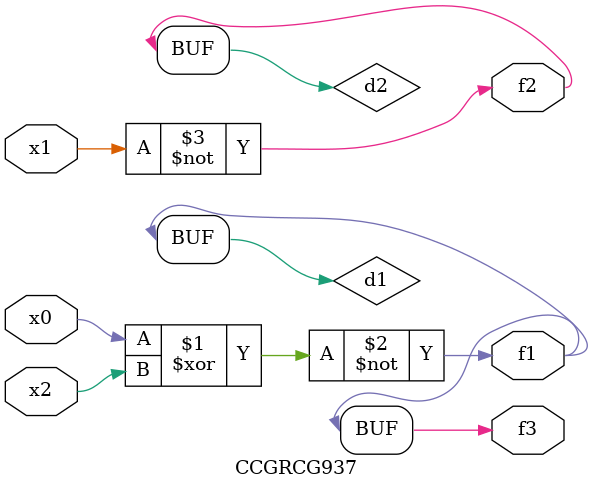
<source format=v>
module CCGRCG937(
	input x0, x1, x2,
	output f1, f2, f3
);

	wire d1, d2, d3;

	xnor (d1, x0, x2);
	nand (d2, x1);
	nor (d3, x1, x2);
	assign f1 = d1;
	assign f2 = d2;
	assign f3 = d1;
endmodule

</source>
